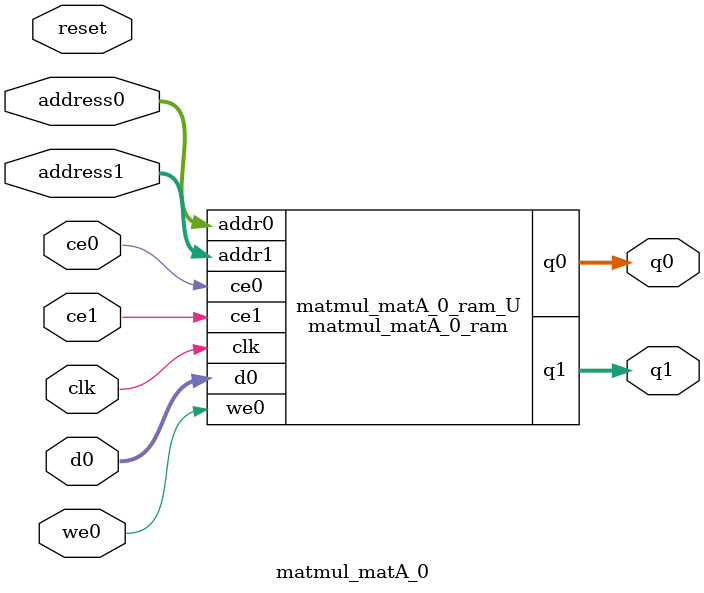
<source format=v>
`timescale 1 ns / 1 ps
module matmul_matA_0_ram (addr0, ce0, d0, we0, q0, addr1, ce1, q1,  clk);

parameter DWIDTH = 32;
parameter AWIDTH = 10;
parameter MEM_SIZE = 1024;

input[AWIDTH-1:0] addr0;
input ce0;
input[DWIDTH-1:0] d0;
input we0;
output reg[DWIDTH-1:0] q0;
input[AWIDTH-1:0] addr1;
input ce1;
output reg[DWIDTH-1:0] q1;
input clk;

(* ram_style = "block" *)reg [DWIDTH-1:0] ram[0:MEM_SIZE-1];




always @(posedge clk)  
begin 
    if (ce0) begin
        if (we0) 
            ram[addr0] <= d0; 
        q0 <= ram[addr0];
    end
end


always @(posedge clk)  
begin 
    if (ce1) begin
        q1 <= ram[addr1];
    end
end


endmodule

`timescale 1 ns / 1 ps
module matmul_matA_0(
    reset,
    clk,
    address0,
    ce0,
    we0,
    d0,
    q0,
    address1,
    ce1,
    q1);

parameter DataWidth = 32'd32;
parameter AddressRange = 32'd1024;
parameter AddressWidth = 32'd10;
input reset;
input clk;
input[AddressWidth - 1:0] address0;
input ce0;
input we0;
input[DataWidth - 1:0] d0;
output[DataWidth - 1:0] q0;
input[AddressWidth - 1:0] address1;
input ce1;
output[DataWidth - 1:0] q1;



matmul_matA_0_ram matmul_matA_0_ram_U(
    .clk( clk ),
    .addr0( address0 ),
    .ce0( ce0 ),
    .we0( we0 ),
    .d0( d0 ),
    .q0( q0 ),
    .addr1( address1 ),
    .ce1( ce1 ),
    .q1( q1 ));

endmodule


</source>
